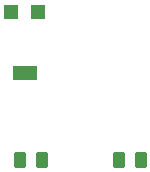
<source format=gbr>
%TF.GenerationSoftware,KiCad,Pcbnew,(6.0.0-0)*%
%TF.CreationDate,2022-01-07T22:13:42-05:00*%
%TF.ProjectId,LCD_Display,4c43445f-4469-4737-906c-61792e6b6963,rev?*%
%TF.SameCoordinates,Original*%
%TF.FileFunction,Paste,Bot*%
%TF.FilePolarity,Positive*%
%FSLAX46Y46*%
G04 Gerber Fmt 4.6, Leading zero omitted, Abs format (unit mm)*
G04 Created by KiCad (PCBNEW (6.0.0-0)) date 2022-01-07 22:13:42*
%MOMM*%
%LPD*%
G01*
G04 APERTURE LIST*
G04 Aperture macros list*
%AMRoundRect*
0 Rectangle with rounded corners*
0 $1 Rounding radius*
0 $2 $3 $4 $5 $6 $7 $8 $9 X,Y pos of 4 corners*
0 Add a 4 corners polygon primitive as box body*
4,1,4,$2,$3,$4,$5,$6,$7,$8,$9,$2,$3,0*
0 Add four circle primitives for the rounded corners*
1,1,$1+$1,$2,$3*
1,1,$1+$1,$4,$5*
1,1,$1+$1,$6,$7*
1,1,$1+$1,$8,$9*
0 Add four rect primitives between the rounded corners*
20,1,$1+$1,$2,$3,$4,$5,0*
20,1,$1+$1,$4,$5,$6,$7,0*
20,1,$1+$1,$6,$7,$8,$9,0*
20,1,$1+$1,$8,$9,$2,$3,0*%
G04 Aperture macros list end*
%ADD10R,1.300000X1.300000*%
%ADD11R,2.000000X1.300000*%
%ADD12RoundRect,0.250000X0.262500X0.450000X-0.262500X0.450000X-0.262500X-0.450000X0.262500X-0.450000X0*%
%ADD13RoundRect,0.250000X-0.262500X-0.450000X0.262500X-0.450000X0.262500X0.450000X-0.262500X0.450000X0*%
G04 APERTURE END LIST*
D10*
%TO.C,RV1*%
X104768000Y-93666000D03*
D11*
X105918000Y-98866000D03*
D10*
X107068000Y-93666000D03*
%TD*%
D12*
%TO.C,R1*%
X115720500Y-106172000D03*
X113895500Y-106172000D03*
%TD*%
D13*
%TO.C,R2*%
X107338500Y-106172000D03*
X105513500Y-106172000D03*
%TD*%
M02*

</source>
